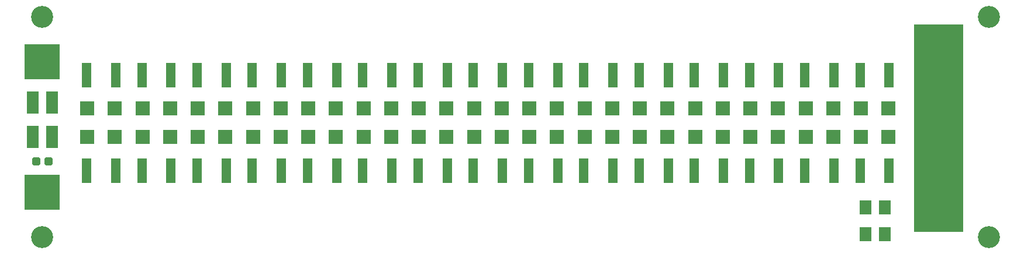
<source format=gbr>
G04 EAGLE Gerber RS-274X export*
G75*
%MOMM*%
%FSLAX34Y34*%
%LPD*%
%INSoldermask Top*%
%IPPOS*%
%AMOC8*
5,1,8,0,0,1.08239X$1,22.5*%
G01*
%ADD10C,3.203200*%
%ADD11R,1.403200X3.603200*%
%ADD12R,2.003200X2.003200*%
%ADD13C,0.505344*%
%ADD14R,1.803200X2.003200*%
%ADD15R,1.803200X3.203200*%
%ADD16R,5.203200X5.203200*%
%ADD17R,7.203200X30.203200*%


D10*
X40000Y40000D03*
X40000Y360000D03*
X1410000Y360000D03*
X1410000Y40000D03*
D11*
X104000Y275000D03*
X146000Y275000D03*
X424000Y136000D03*
X466000Y136000D03*
X504000Y275000D03*
X546000Y275000D03*
X504000Y136000D03*
X546000Y136000D03*
X584000Y275000D03*
X626000Y275000D03*
X584000Y136000D03*
X626000Y136000D03*
X664000Y275000D03*
X706000Y275000D03*
X664000Y136000D03*
X706000Y136000D03*
X744000Y275000D03*
X786000Y275000D03*
X744000Y136000D03*
X786000Y136000D03*
X824000Y275000D03*
X866000Y275000D03*
X104000Y136000D03*
X146000Y136000D03*
X824000Y136000D03*
X866000Y136000D03*
X904000Y275000D03*
X946000Y275000D03*
X904000Y136000D03*
X946000Y136000D03*
X984000Y275000D03*
X1026000Y275000D03*
X984000Y136000D03*
X1026000Y136000D03*
X1064000Y275000D03*
X1106000Y275000D03*
X1064000Y136000D03*
X1106000Y136000D03*
X1144000Y275000D03*
X1186000Y275000D03*
X1144000Y136000D03*
X1186000Y136000D03*
X1224000Y275000D03*
X1266000Y275000D03*
X184000Y275000D03*
X226000Y275000D03*
X1224000Y136000D03*
X1266000Y136000D03*
X184000Y136000D03*
X226000Y136000D03*
X264000Y275000D03*
X306000Y275000D03*
X264000Y136000D03*
X306000Y136000D03*
X344000Y275000D03*
X386000Y275000D03*
X344000Y136000D03*
X386000Y136000D03*
X424000Y275000D03*
X466000Y275000D03*
D12*
X105000Y185000D03*
X105000Y227000D03*
X465000Y227000D03*
X465000Y185000D03*
X505000Y185000D03*
X505000Y227000D03*
X545000Y227000D03*
X545000Y185000D03*
X585000Y185000D03*
X585000Y227000D03*
X625000Y227000D03*
X625000Y185000D03*
X665000Y185000D03*
X665000Y227000D03*
X705000Y227000D03*
X705000Y185000D03*
X745000Y185000D03*
X745000Y227000D03*
X785000Y227000D03*
X785000Y185000D03*
X825000Y185000D03*
X825000Y227000D03*
X145000Y227000D03*
X145000Y185000D03*
X865000Y227000D03*
X865000Y185000D03*
X905000Y185000D03*
X905000Y227000D03*
X945000Y227000D03*
X945000Y185000D03*
X985000Y185000D03*
X985000Y227000D03*
X1025000Y227000D03*
X1025000Y185000D03*
X1065000Y185000D03*
X1065000Y227000D03*
X1105000Y227000D03*
X1105000Y185000D03*
X1145000Y185000D03*
X1145000Y227000D03*
X1185000Y227000D03*
X1185000Y185000D03*
X1225000Y185000D03*
X1225000Y227000D03*
X185000Y185000D03*
X185000Y227000D03*
X1265000Y227000D03*
X1265000Y185000D03*
X225000Y227000D03*
X225000Y185000D03*
X265000Y185000D03*
X265000Y227000D03*
X305000Y227000D03*
X305000Y185000D03*
X345000Y185000D03*
X345000Y227000D03*
X385000Y227000D03*
X385000Y185000D03*
X425000Y185000D03*
X425000Y227000D03*
D13*
X45280Y153490D02*
X45280Y146510D01*
X45280Y153490D02*
X52260Y153490D01*
X52260Y146510D01*
X45280Y146510D01*
X45280Y151310D02*
X52260Y151310D01*
X27740Y153490D02*
X27740Y146510D01*
X27740Y153490D02*
X34720Y153490D01*
X34720Y146510D01*
X27740Y146510D01*
X27740Y151310D02*
X34720Y151310D01*
D14*
X1260000Y83000D03*
X1232000Y83000D03*
X1232000Y44000D03*
X1260000Y44000D03*
D15*
X26000Y235000D03*
X54000Y235000D03*
X54000Y185000D03*
X26000Y185000D03*
D16*
X40000Y295000D03*
X40000Y105000D03*
D17*
X1337900Y197900D03*
M02*

</source>
